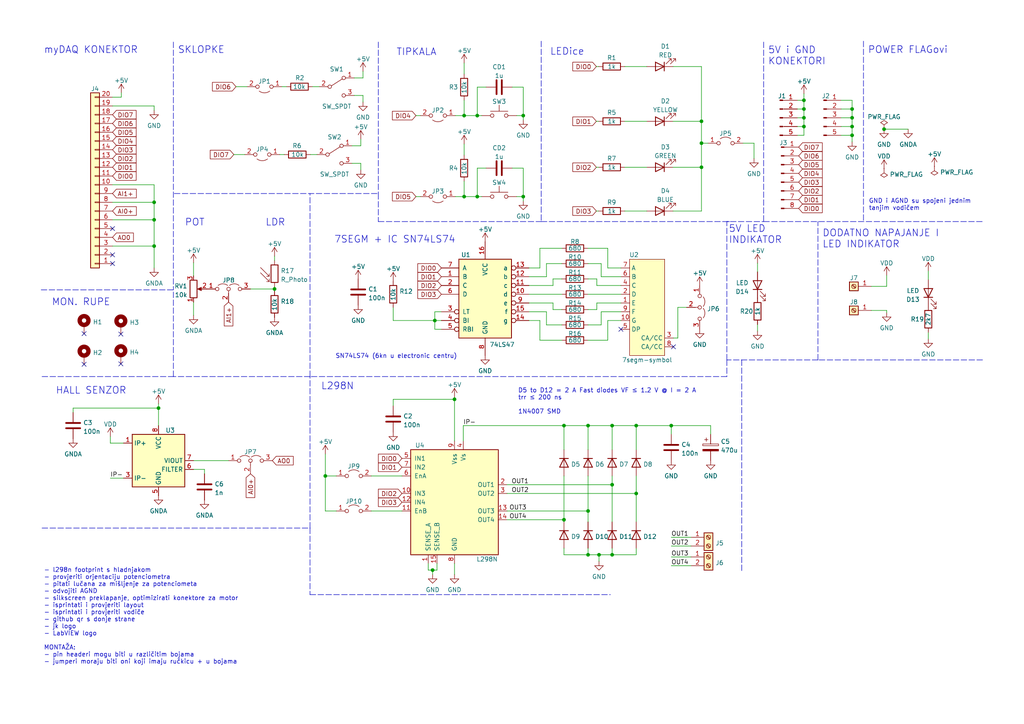
<source format=kicad_sch>
(kicad_sch (version 20211123) (generator eeschema)
  (paper "A4")
  (title_block (title "myDAQExpansionBoard") (date "2022-07-24") (rev "1") (company "TVZ"))
  (junction (at 45.974 118.364))
  (junction (at 177.546 160.909))
  (junction (at 170.561 148.209))
  (junction (at 177.546 140.589))
  (junction (at 131.826 115.824))
  (junction (at 233.172 31.623))
  (junction (at 170.561 160.909))
  (junction (at 170.561 123.444))
  (junction (at 163.576 150.749))
  (junction (at 233.172 29.083))
  (junction (at 184.531 143.129))
  (junction (at 247.142 39.243))
  (junction (at 203.454 41.529))
  (junction (at 247.142 36.703))
  (junction (at 138.43 33.528))
  (junction (at 151.765 57.023))
  (junction (at 125.476 165.354))
  (junction (at 173.736 160.909))
  (junction (at 151.765 33.528))
  (junction (at 94.361 138.049))
  (junction (at 138.43 57.023))
  (junction (at 177.546 123.444))
  (junction (at 79.629 83.82))
  (junction (at 203.454 35.179))
  (junction (at 233.172 36.703))
  (junction (at 203.454 48.514))
  (junction (at 184.531 123.444))
  (junction (at 247.142 34.163))
  (junction (at 256.413 37.465))
  (junction (at 44.704 58.674))
  (junction (at 126.111 92.964))
  (junction (at 44.704 63.754))
  (junction (at 44.704 71.374))
  (junction (at 134.62 33.528))
  (junction (at 163.576 123.444))
  (junction (at 247.142 31.623))
  (junction (at 134.62 57.023))
  (junction (at 194.691 123.444))
  (junction (at 233.172 34.163))
  (no_connect (at 180.086 95.504))
  (no_connect (at 32.639 73.914))
  (no_connect (at 32.639 66.294))
  (no_connect (at 32.639 76.454))
  (no_connect (at 195.326 100.584))
  (no_connect (at 35.052 105.537))
  (no_connect (at 24.384 96.774))
  (no_connect (at 24.384 105.664))
  (no_connect (at 35.052 96.901))
  (wire (pts (xy 114.046 115.824) (xy 114.046 117.729)))
  (wire (pts (xy 44.704 71.374) (xy 44.704 63.754)))
  (wire (pts (xy 203.454 48.514) (xy 203.454 41.529)))
  (wire (pts (xy 132.08 33.528) (xy 134.62 33.528)))
  (wire (pts (xy 149.86 33.528) (xy 151.765 33.528)))
  (wire (pts (xy 218.694 41.529) (xy 215.519 41.529)))
  (wire (pts (xy 148.59 48.768) (xy 151.765 48.768)))
  (wire (pts (xy 94.361 148.209) (xy 97.536 148.209)))
  (wire (pts (xy 120.65 33.528) (xy 121.92 33.528)))
  (wire (pts (xy 243.967 36.703) (xy 247.142 36.703)))
  (wire (pts (xy 56.134 87.63) (xy 56.134 91.44)))
  (wire (pts (xy 172.974 19.304) (xy 173.609 19.304)))
  (wire (pts (xy 56.134 133.604) (xy 66.294 133.604)))
  (wire (pts (xy 68.453 25.146) (xy 71.628 25.146)))
  (polyline (pts (xy 50.292 109.22) (xy 50.292 84.074)))
  (wire (pts (xy 126.111 92.964) (xy 114.046 92.964)))
  (polyline (pts (xy 109.728 12.192) (xy 109.728 56.134)))
  (wire (pts (xy 205.359 41.529) (xy 203.454 41.529)))
  (wire (pts (xy 151.765 48.768) (xy 151.765 57.023)))
  (wire (pts (xy 32.639 28.194) (xy 35.179 28.194)))
  (polyline (pts (xy 210.82 64.262) (xy 211.582 64.262)))
  (polyline (pts (xy 89.916 109.22) (xy 89.916 56.134)))
  (wire (pts (xy 120.65 57.023) (xy 121.92 57.023)))
  (wire (pts (xy 173.101 87.884) (xy 173.101 89.789)))
  (wire (pts (xy 90.043 44.831) (xy 91.948 44.831)))
  (wire (pts (xy 170.561 85.344) (xy 180.086 85.344)))
  (wire (pts (xy 203.454 41.529) (xy 203.454 35.179)))
  (wire (pts (xy 269.24 78.613) (xy 269.24 81.153)))
  (wire (pts (xy 156.591 92.964) (xy 153.416 92.964)))
  (wire (pts (xy 233.172 29.083) (xy 233.172 31.623)))
  (wire (pts (xy 172.974 35.179) (xy 173.609 35.179)))
  (polyline (pts (xy 237.236 104.394) (xy 237.236 64.262)))
  (polyline (pts (xy 237.236 104.394) (xy 210.82 104.394)))
  (wire (pts (xy 81.153 44.831) (xy 82.423 44.831)))
  (polyline (pts (xy 50.546 56.134) (xy 109.728 56.134)))
  (wire (pts (xy 162.941 98.679) (xy 156.591 98.679)))
  (wire (pts (xy 158.496 76.454) (xy 158.496 80.264)))
  (wire (pts (xy 163.576 150.749) (xy 163.576 151.384)))
  (wire (pts (xy 160.401 89.789) (xy 160.401 87.884)))
  (wire (pts (xy 138.43 33.528) (xy 139.7 33.528)))
  (wire (pts (xy 44.704 30.734) (xy 44.704 32.004)))
  (wire (pts (xy 181.229 61.214) (xy 187.579 61.214)))
  (wire (pts (xy 194.691 123.444) (xy 206.121 123.444)))
  (wire (pts (xy 32.639 53.594) (xy 44.704 53.594)))
  (wire (pts (xy 194.691 155.829) (xy 200.406 155.829)))
  (wire (pts (xy 126.111 90.424) (xy 126.111 92.964)))
  (wire (pts (xy 125.476 165.354) (xy 125.476 166.624)))
  (wire (pts (xy 256.413 37.465) (xy 263.398 37.465)))
  (wire (pts (xy 199.136 89.154) (xy 196.596 89.154)))
  (wire (pts (xy 184.531 143.129) (xy 184.531 151.384)))
  (wire (pts (xy 162.941 76.454) (xy 158.496 76.454)))
  (polyline (pts (xy 250.444 11.938) (xy 250.444 64.262)))
  (wire (pts (xy 177.546 123.444) (xy 184.531 123.444)))
  (wire (pts (xy 32.639 63.754) (xy 44.704 63.754)))
  (wire (pts (xy 138.43 48.768) (xy 138.43 57.023)))
  (wire (pts (xy 194.691 161.544) (xy 200.406 161.544)))
  (wire (pts (xy 105.283 29.591) (xy 105.283 27.686)))
  (wire (pts (xy 160.401 87.884) (xy 153.416 87.884)))
  (polyline (pts (xy 12.192 109.22) (xy 50.292 109.22)))
  (wire (pts (xy 176.276 72.009) (xy 170.561 72.009)))
  (wire (pts (xy 194.691 164.084) (xy 200.406 164.084)))
  (wire (pts (xy 177.546 159.004) (xy 177.546 160.909)))
  (wire (pts (xy 170.561 130.429) (xy 170.561 123.444)))
  (wire (pts (xy 170.561 123.444) (xy 177.546 123.444)))
  (wire (pts (xy 134.62 41.783) (xy 134.62 44.958)))
  (wire (pts (xy 105.283 27.686) (xy 102.743 27.686)))
  (wire (pts (xy 44.704 58.674) (xy 44.704 53.594)))
  (wire (pts (xy 156.591 72.009) (xy 156.591 77.724)))
  (wire (pts (xy 59.309 136.144) (xy 59.309 137.414)))
  (wire (pts (xy 233.172 36.703) (xy 233.172 39.243)))
  (wire (pts (xy 163.576 138.049) (xy 163.576 150.749)))
  (polyline (pts (xy 156.972 11.938) (xy 156.972 64.262)))
  (wire (pts (xy 147.066 148.209) (xy 170.561 148.209)))
  (wire (pts (xy 243.967 34.163) (xy 247.142 34.163)))
  (wire (pts (xy 231.267 29.083) (xy 233.172 29.083)))
  (wire (pts (xy 21.209 118.364) (xy 45.974 118.364)))
  (wire (pts (xy 181.229 19.304) (xy 187.579 19.304)))
  (wire (pts (xy 151.765 58.293) (xy 151.765 57.023)))
  (wire (pts (xy 138.43 48.768) (xy 140.97 48.768)))
  (wire (pts (xy 45.974 118.364) (xy 45.974 123.444)))
  (wire (pts (xy 180.086 82.804) (xy 173.101 82.804)))
  (wire (pts (xy 148.59 25.273) (xy 151.765 25.273)))
  (wire (pts (xy 247.142 41.148) (xy 247.142 39.243)))
  (wire (pts (xy 44.704 63.754) (xy 44.704 58.674)))
  (wire (pts (xy 132.08 57.023) (xy 134.62 57.023)))
  (wire (pts (xy 163.576 160.909) (xy 170.561 160.909)))
  (wire (pts (xy 134.62 57.023) (xy 138.43 57.023)))
  (polyline (pts (xy 210.82 104.394) (xy 210.82 64.262)))
  (polyline (pts (xy 284.988 104.394) (xy 237.236 104.394)))
  (wire (pts (xy 32.004 128.524) (xy 32.004 126.619)))
  (wire (pts (xy 174.371 94.234) (xy 170.561 94.234)))
  (wire (pts (xy 131.826 115.189) (xy 131.826 115.824)))
  (wire (pts (xy 134.366 123.444) (xy 163.576 123.444)))
  (wire (pts (xy 173.101 82.804) (xy 173.101 80.899)))
  (wire (pts (xy 184.531 160.909) (xy 184.531 159.004)))
  (wire (pts (xy 243.967 31.623) (xy 247.142 31.623)))
  (wire (pts (xy 180.086 80.264) (xy 174.371 80.264)))
  (polyline (pts (xy 89.916 109.22) (xy 50.292 109.22)))
  (wire (pts (xy 231.267 31.623) (xy 233.172 31.623)))
  (polyline (pts (xy 109.728 56.134) (xy 109.728 64.262)))
  (wire (pts (xy 233.172 31.623) (xy 233.172 34.163)))
  (wire (pts (xy 147.066 150.749) (xy 163.576 150.749)))
  (wire (pts (xy 257.175 83.058) (xy 257.175 79.883)))
  (wire (pts (xy 114.046 89.154) (xy 114.046 92.964)))
  (wire (pts (xy 138.43 25.273) (xy 140.97 25.273)))
  (polyline (pts (xy 109.728 64.262) (xy 156.972 64.262)))
  (wire (pts (xy 162.941 94.234) (xy 158.496 94.234)))
  (wire (pts (xy 153.416 85.344) (xy 162.941 85.344)))
  (wire (pts (xy 79.629 74.295) (xy 79.629 75.565)))
  (wire (pts (xy 231.267 34.163) (xy 233.172 34.163)))
  (wire (pts (xy 170.561 138.049) (xy 170.561 148.209)))
  (wire (pts (xy 203.454 61.214) (xy 203.454 48.514)))
  (wire (pts (xy 107.696 138.049) (xy 116.586 138.049)))
  (wire (pts (xy 233.172 27.178) (xy 233.172 29.083)))
  (wire (pts (xy 196.596 89.154) (xy 196.596 98.044)))
  (wire (pts (xy 151.765 33.528) (xy 151.765 34.798)))
  (wire (pts (xy 158.496 90.424) (xy 153.416 90.424)))
  (wire (pts (xy 94.361 138.049) (xy 97.536 138.049)))
  (wire (pts (xy 138.43 25.273) (xy 138.43 33.528)))
  (wire (pts (xy 160.401 82.804) (xy 153.416 82.804)))
  (polyline (pts (xy 210.82 104.394) (xy 210.82 109.22)))
  (wire (pts (xy 134.62 33.528) (xy 138.43 33.528)))
  (wire (pts (xy 35.814 128.524) (xy 32.004 128.524)))
  (wire (pts (xy 172.974 61.214) (xy 173.609 61.214)))
  (wire (pts (xy 247.142 39.243) (xy 247.142 36.703)))
  (wire (pts (xy 195.199 35.179) (xy 203.454 35.179)))
  (wire (pts (xy 257.175 90.043) (xy 257.175 90.678)))
  (wire (pts (xy 177.546 151.384) (xy 177.546 140.589)))
  (wire (pts (xy 173.101 80.899) (xy 170.561 80.899)))
  (wire (pts (xy 67.818 44.831) (xy 70.993 44.831)))
  (wire (pts (xy 180.086 77.724) (xy 176.276 77.724)))
  (wire (pts (xy 173.736 160.909) (xy 177.546 160.909)))
  (polyline (pts (xy 12.192 153.162) (xy 89.916 153.162)))
  (wire (pts (xy 194.691 158.369) (xy 200.406 158.369)))
  (wire (pts (xy 126.111 95.504) (xy 126.111 92.964)))
  (polyline (pts (xy 89.916 172.466) (xy 177.038 172.466)))
  (wire (pts (xy 134.62 57.023) (xy 134.62 52.578)))
  (wire (pts (xy 32.639 71.374) (xy 44.704 71.374)))
  (wire (pts (xy 102.743 22.606) (xy 105.283 22.606)))
  (polyline (pts (xy 89.916 153.162) (xy 89.916 172.466)))
  (wire (pts (xy 173.101 89.789) (xy 170.561 89.789)))
  (wire (pts (xy 79.629 83.185) (xy 79.629 83.82)))
  (polyline (pts (xy 221.488 12.192) (xy 221.488 64.262)))
  (wire (pts (xy 269.24 96.393) (xy 269.24 98.298)))
  (wire (pts (xy 126.111 92.964) (xy 128.016 92.964)))
  (polyline (pts (xy 221.488 64.262) (xy 284.988 64.262)))
  (wire (pts (xy 156.591 98.679) (xy 156.591 92.964)))
  (wire (pts (xy 163.576 130.429) (xy 163.576 123.444)))
  (wire (pts (xy 177.546 140.589) (xy 177.546 138.049)))
  (wire (pts (xy 163.576 123.444) (xy 170.561 123.444)))
  (wire (pts (xy 32.639 58.674) (xy 44.704 58.674)))
  (wire (pts (xy 158.496 80.264) (xy 153.416 80.264)))
  (wire (pts (xy 219.71 76.327) (xy 219.71 78.867)))
  (wire (pts (xy 252.73 90.043) (xy 257.175 90.043)))
  (wire (pts (xy 124.206 163.449) (xy 124.206 165.354)))
  (polyline (pts (xy 50.292 12.192) (xy 50.292 84.074)))
  (wire (pts (xy 151.765 25.273) (xy 151.765 33.528)))
  (wire (pts (xy 231.267 36.703) (xy 233.172 36.703)))
  (wire (pts (xy 56.134 80.01) (xy 56.134 76.2)))
  (wire (pts (xy 176.276 77.724) (xy 176.276 72.009)))
  (wire (pts (xy 134.62 33.528) (xy 134.62 29.083)))
  (wire (pts (xy 174.371 76.454) (xy 170.561 76.454)))
  (wire (pts (xy 174.371 90.424) (xy 174.371 94.234)))
  (wire (pts (xy 195.199 48.514) (xy 203.454 48.514)))
  (wire (pts (xy 131.826 163.449) (xy 131.826 166.624)))
  (wire (pts (xy 233.172 39.243) (xy 231.267 39.243)))
  (wire (pts (xy 138.43 57.023) (xy 139.7 57.023)))
  (wire (pts (xy 243.967 39.243) (xy 247.142 39.243)))
  (wire (pts (xy 128.016 90.424) (xy 126.111 90.424)))
  (wire (pts (xy 72.644 83.82) (xy 79.629 83.82)))
  (wire (pts (xy 247.142 34.163) (xy 247.142 31.623)))
  (wire (pts (xy 174.371 80.264) (xy 174.371 76.454)))
  (polyline (pts (xy 210.82 109.22) (xy 89.916 109.22)))
  (wire (pts (xy 125.476 165.354) (xy 126.746 165.354)))
  (wire (pts (xy 170.561 148.209) (xy 170.561 151.384)))
  (wire (pts (xy 156.591 77.724) (xy 153.416 77.724)))
  (wire (pts (xy 184.531 123.444) (xy 184.531 130.429)))
  (polyline (pts (xy 215.138 104.394) (xy 215.138 165.862)))
  (wire (pts (xy 32.004 138.684) (xy 35.814 138.684)))
  (wire (pts (xy 134.62 18.288) (xy 134.62 21.463)))
  (polyline (pts (xy 156.972 64.262) (xy 221.488 64.262)))
  (wire (pts (xy 147.066 140.589) (xy 177.546 140.589)))
  (wire (pts (xy 158.496 94.234) (xy 158.496 90.424)))
  (wire (pts (xy 184.531 143.129) (xy 147.066 143.129)))
  (wire (pts (xy 131.826 115.824) (xy 131.826 127.889)))
  (wire (pts (xy 180.086 92.964) (xy 176.276 92.964)))
  (wire (pts (xy 206.121 125.984) (xy 206.121 123.444)))
  (wire (pts (xy 181.229 48.514) (xy 187.579 48.514)))
  (wire (pts (xy 233.172 34.163) (xy 233.172 36.703)))
  (wire (pts (xy 126.746 165.354) (xy 126.746 163.449)))
  (wire (pts (xy 177.546 123.444) (xy 177.546 130.429)))
  (wire (pts (xy 104.648 49.276) (xy 104.648 47.371)))
  (wire (pts (xy 94.361 138.049) (xy 94.361 148.209)))
  (wire (pts (xy 94.361 131.699) (xy 94.361 138.049)))
  (wire (pts (xy 102.108 42.291) (xy 104.648 42.291)))
  (wire (pts (xy 35.179 28.194) (xy 35.179 26.924)))
  (wire (pts (xy 44.704 77.724) (xy 44.704 71.374)))
  (wire (pts (xy 195.199 61.214) (xy 203.454 61.214)))
  (wire (pts (xy 247.142 36.703) (xy 247.142 34.163)))
  (wire (pts (xy 219.71 94.107) (xy 219.71 96.012)))
  (polyline (pts (xy 89.916 153.162) (xy 89.916 109.22)))
  (wire (pts (xy 180.086 90.424) (xy 174.371 90.424)))
  (wire (pts (xy 247.142 29.083) (xy 243.967 29.083)))
  (wire (pts (xy 180.086 87.884) (xy 173.101 87.884)))
  (wire (pts (xy 21.209 119.634) (xy 21.209 118.364)))
  (wire (pts (xy 124.206 165.354) (xy 125.476 165.354)))
  (wire (pts (xy 105.283 22.606) (xy 105.283 20.701)))
  (wire (pts (xy 162.941 89.789) (xy 160.401 89.789)))
  (wire (pts (xy 218.694 45.974) (xy 218.694 41.529)))
  (wire (pts (xy 203.454 35.179) (xy 203.454 19.304)))
  (wire (pts (xy 176.276 92.964) (xy 176.276 98.679)))
  (wire (pts (xy 176.276 98.679) (xy 170.561 98.679)))
  (wire (pts (xy 252.73 83.058) (xy 257.175 83.058)))
  (wire (pts (xy 81.788 25.146) (xy 83.058 25.146)))
  (wire (pts (xy 184.531 123.444) (xy 194.691 123.444)))
  (wire (pts (xy 170.561 160.909) (xy 173.736 160.909)))
  (wire (pts (xy 162.941 80.899) (xy 160.401 80.899)))
  (wire (pts (xy 128.016 95.504) (xy 126.111 95.504)))
  (wire (pts (xy 44.704 30.734) (xy 32.639 30.734)))
  (wire (pts (xy 104.648 42.291) (xy 104.648 40.386)))
  (wire (pts (xy 195.326 98.044) (xy 196.596 98.044)))
  (wire (pts (xy 56.134 136.144) (xy 59.309 136.144)))
  (wire (pts (xy 163.576 159.004) (xy 163.576 160.909)))
  (wire (pts (xy 134.366 123.444) (xy 134.366 127.889)))
  (wire (pts (xy 45.974 117.094) (xy 45.974 118.364)))
  (wire (pts (xy 184.531 138.049) (xy 184.531 143.129)))
  (wire (pts (xy 160.401 80.899) (xy 160.401 82.804)))
  (wire (pts (xy 104.648 47.371) (xy 102.108 47.371)))
  (wire (pts (xy 203.454 19.304) (xy 195.199 19.304)))
  (wire (pts (xy 172.974 48.514) (xy 173.609 48.514)))
  (wire (pts (xy 90.678 25.146) (xy 92.583 25.146)))
  (wire (pts (xy 107.696 148.209) (xy 116.586 148.209)))
  (polyline (pts (xy 11.938 84.074) (xy 50.292 84.074)))
  (wire (pts (xy 181.229 35.179) (xy 187.579 35.179)))
  (wire (pts (xy 131.826 115.824) (xy 114.046 115.824)))
  (wire (pts (xy 162.941 72.009) (xy 156.591 72.009)))
  (wire (pts (xy 170.561 159.004) (xy 170.561 160.909)))
  (wire (pts (xy 173.736 160.909) (xy 173.736 162.814)))
  (wire (pts (xy 247.142 31.623) (xy 247.142 29.083)))
  (wire (pts (xy 79.629 83.82) (xy 79.629 84.455)))
  (wire (pts (xy 194.691 125.984) (xy 194.691 123.444)))
  (wire (pts (xy 149.86 57.023) (xy 151.765 57.023)))
  (wire (pts (xy 177.546 160.909) (xy 184.531 160.909)))
  (text "myDAQ KONEKTOR" (at 12.7 15.748 0) (effects (font (size 2 2)) (justify left bottom)))
  (text "LEDice" (at 159.512 16.256 0) (effects (font (size 2 2)) (justify left bottom)))
  (text "5V LED\nINDIKATOR" (at 211.328 70.866 0) (effects (font (size 2 2)) (justify left bottom)))
  (text "SN74LS74 (6kn u electronic centru)" (at 97.282 104.14 0) (effects (font (size 1.27 1.27)) (justify left bottom)))
  (text "D5 to D12 = 2 A Fast diodes VF ≤ 1.2 V @ I = 2 A\ntrr ≤ 200 ns\n\n1N4007 SMD" (at 150.241 120.269 0) (effects (font (size 1.27 1.27)) (justify left bottom)))
  (text "5V i GND\nKONEKTORI" (at 222.758 19.05 0) (effects (font (size 2 2)) (justify left bottom)))
  (text "7SEGM + IC SN74LS74" (at 96.901 70.739 0) (effects (font (size 2 2)) (justify left bottom)))
  (text "POT" (at 53.594 65.786 0) (effects (font (size 2 2)) (justify left bottom)))
  (text "HALL SENZOR" (at 16.129 114.554 0) (effects (font (size 2 2)) (justify left bottom)))
  (text "POWER FLAGovi" (at 251.714 15.748 0) (effects (font (size 2 2)) (justify left bottom)))
  (text "L298N" (at 93.091 113.284 0) (effects (font (size 2 2)) (justify left bottom)))
  (text "- l298n footprint s hladnjakom\n- provjeriti orjentaciju potenciometra\n- pitati lučana za mišljenje za potenciometa\n- odvojiti AGND\n- silkscreen preklapanje, optimizirati konektore za motor\n- isprintati i provjeriti layout\n- isprintati i provjeriti vodiče\n- github qr s donje strane\n- jk logo\n- LabVIEW logo\n\nMONTAŽA:\n- pin headeri mogu biti u različitim bojama\n- jumperi moraju biti oni koji imaju ručkicu + u bojama" (at 12.7 192.786 0) (effects (font (size 1.27 1.27)) (justify left bottom)))
  (text "MON. RUPE" (at 14.986 88.9 0) (effects (font (size 2 2)) (justify left bottom)))
  (text "TIPKALA" (at 114.935 16.383 0) (effects (font (size 2 2)) (justify left bottom)))
  (text "SKLOPKE" (at 51.562 15.748 0) (effects (font (size 2 2)) (justify left bottom)))
  (text "DODATNO NAPAJANJE I \nLED INDIKATOR" (at 238.506 72.136 0) (effects (font (size 2 2)) (justify left bottom)))
  (text "GND i AGND su spojeni jednim\ntanjim vodičem" (at 251.968 61.214 0) (effects (font (size 1.27 1.27)) (justify left bottom)))
  (text "LDR" (at 76.962 65.786 0) (effects (font (size 2 2)) (justify left bottom)))
  (label "OUT3" (at 147.701 148.209 0))
  (label "OUT1" (at 148.336 140.589 0))
  (label "IP-" (at 134.366 123.444 0))
  (label "IP-" (at 32.004 138.684 0))
  (label "OUT4" (at 194.691 164.084 0))
  (label "OUT2" (at 148.336 143.129 0))
  (label "OUT2" (at 194.691 158.369 0))
  (label "OUT1" (at 194.691 155.829 0))
  (label "OUT3" (at 194.691 161.544 0))
  (label "OUT4" (at 147.701 150.749 0))
  (global_label "DIO5" (shape input) (at 120.65 57.023 180) (property "Intersheet References" "${INTERSHEET_REFS}" (effects hide)))
  (global_label "DIO1" (shape input) (at 116.586 135.509 180) (property "Intersheet References" "${INTERSHEET_REFS}" (effects hide)))
  (global_label "DIO3" (shape input) (at 116.586 145.669 180) (property "Intersheet References" "${INTERSHEET_REFS}" (effects hide)))
  (global_label "DIO3" (shape input) (at 128.016 85.344 180) (property "Intersheet References" "${INTERSHEET_REFS}" (effects hide)))
  (global_label "DIO0" (shape input) (at 116.586 132.969 180) (property "Intersheet References" "${INTERSHEET_REFS}" (effects hide)))
  (global_label "DIO3" (shape input) (at 172.974 61.214 180) (property "Intersheet References" "${INTERSHEET_REFS}" (effects hide)))
  (global_label "DIO1" (shape input) (at 128.016 80.264 180) (property "Intersheet References" "${INTERSHEET_REFS}" (effects hide)))
  (global_label "AI1+" (shape input) (at 32.639 56.134 0) (property "Intersheet References" "${INTERSHEET_REFS}" (effects hide)))
  (global_label "AI0+" (shape input) (at 32.639 61.214 0) (property "Intersheet References" "${INTERSHEET_REFS}" (effects hide)))
  (global_label "DIO1" (shape input) (at 172.974 35.179 180) (property "Intersheet References" "${INTERSHEET_REFS}" (effects hide)))
  (global_label "DIO7" (shape input) (at 231.648 42.672 0) (property "Intersheet References" "${INTERSHEET_REFS}" (effects hide)))
  (global_label "DIO2" (shape input) (at 231.648 55.372 0) (property "Intersheet References" "${INTERSHEET_REFS}" (effects hide)))
  (global_label "DIO4" (shape input) (at 120.65 33.528 180) (property "Intersheet References" "${INTERSHEET_REFS}" (effects hide)))
  (global_label "AI0+" (shape input) (at 72.644 137.414 270) (property "Intersheet References" "${INTERSHEET_REFS}" (effects hide)))
  (global_label "DIO0" (shape input) (at 231.648 60.452 0) (property "Intersheet References" "${INTERSHEET_REFS}" (effects hide)))
  (global_label "DIO2" (shape input) (at 172.974 48.514 180) (property "Intersheet References" "${INTERSHEET_REFS}" (effects hide)))
  (global_label "DIO4" (shape input) (at 231.648 50.292 0) (property "Intersheet References" "${INTERSHEET_REFS}" (effects hide)))
  (global_label "DIO4" (shape input) (at 32.639 40.894 0) (property "Intersheet References" "${INTERSHEET_REFS}" (effects hide)))
  (global_label "AI1+" (shape input) (at 66.294 87.63 270) (property "Intersheet References" "${INTERSHEET_REFS}" (effects hide)))
  (global_label "DIO3" (shape input) (at 32.639 43.434 0) (property "Intersheet References" "${INTERSHEET_REFS}" (effects hide)))
  (global_label "DIO1" (shape input) (at 231.648 57.912 0) (property "Intersheet References" "${INTERSHEET_REFS}" (effects hide)))
  (global_label "DIO6" (shape input) (at 68.453 25.146 180) (property "Intersheet References" "${INTERSHEET_REFS}" (effects hide)))
  (global_label "DIO5" (shape input) (at 32.639 38.354 0) (property "Intersheet References" "${INTERSHEET_REFS}" (effects hide)))
  (global_label "DIO2" (shape input) (at 32.639 45.974 0) (property "Intersheet References" "${INTERSHEET_REFS}" (effects hide)))
  (global_label "DIO0" (shape input) (at 32.639 51.054 0) (property "Intersheet References" "${INTERSHEET_REFS}" (effects hide)))
  (global_label "DIO0" (shape input) (at 128.016 77.724 180) (property "Intersheet References" "${INTERSHEET_REFS}" (effects hide)))
  (global_label "DIO7" (shape input) (at 67.818 44.831 180) (property "Intersheet References" "${INTERSHEET_REFS}" (effects hide)))
  (global_label "AO0" (shape input) (at 32.639 68.834 0) (property "Intersheet References" "${INTERSHEET_REFS}" (effects hide)))
  (global_label "DIO1" (shape input) (at 32.639 48.514 0) (property "Intersheet References" "${INTERSHEET_REFS}" (effects hide)))
  (global_label "DIO0" (shape input) (at 172.974 19.304 180) (property "Intersheet References" "${INTERSHEET_REFS}" (effects hide)))
  (global_label "DIO7" (shape input) (at 32.639 33.274 0) (property "Intersheet References" "${INTERSHEET_REFS}" (effects hide)))
  (global_label "AO0" (shape input) (at 78.994 133.604 0) (property "Intersheet References" "${INTERSHEET_REFS}" (effects hide)))
  (global_label "DIO6" (shape input) (at 32.639 35.814 0) (property "Intersheet References" "${INTERSHEET_REFS}" (effects hide)))
  (global_label "DIO5" (shape input) (at 231.648 47.752 0) (property "Intersheet References" "${INTERSHEET_REFS}" (effects hide)))
  (global_label "DIO6" (shape input) (at 231.648 45.212 0) (property "Intersheet References" "${INTERSHEET_REFS}" (effects hide)))
  (global_label "DIO2" (shape input) (at 116.586 143.129 180) (property "Intersheet References" "${INTERSHEET_REFS}" (effects hide)))
  (global_label "DIO2" (shape input) (at 128.016 82.804 180) (property "Intersheet References" "${INTERSHEET_REFS}" (effects hide)))
  (global_label "DIO3" (shape input) (at 231.648 52.832 0) (property "Intersheet References" "${INTERSHEET_REFS}" (effects hide)))
  (symbol (lib_id "Mechanical:MountingHole_Pad") (at 35.052 102.997 0) (unit 1)
    (property "Reference" "H4" (at 37.592 102.1608 0) (effects (justify left)))
    (property "Value" "MountingHole_Pad" (effects hide))
    (property "Footprint" "MountingHole:MountingHole_3.2mm_M3_ISO7380_Pad" (effects hide))
  )
  (symbol (lib_id "Device:R") (at 177.419 48.514 90) (unit 1)
    (property "Reference" "R7" (at 177.419 45.974 90))
    (property "Value" "1k" (at 177.419 48.514 90))
    (property "Footprint" "Resistor_SMD:R_0603_1608Metric" (effects hide))
  )
  (symbol (lib_id "Device:LED") (at 191.389 19.304 180) (unit 1)
    (property "Reference" "D1" (at 192.9765 13.4452 0))
    (property "Value" "RED" (at 192.9765 15.9821 0))
    (property "Footprint" "LED_THT:LED_D5.0mm" (effects hide))
  )
  (symbol (lib_id "power:+5V") (at 202.946 82.804 0) (unit 1)
    (property "Reference" "#PWR020" (effects hide))
    (property "Value" "+5V" (at 202.946 79.2282 0))
  )
  (symbol (lib_id "Device:R") (at 134.62 25.273 0) (unit 1)
    (property "Reference" "R3" (at 130.175 25.273 0) (effects (justify left)))
    (property "Value" "10k" (at 134.62 27.178 90) (effects (justify left)))
    (property "Footprint" "Resistor_SMD:R_0603_1608Metric" (effects hide))
  )
  (symbol (lib_id "74xx:74LS47") (at 140.716 85.344 0) (unit 1)
    (property "Reference" "U1" (at 133.731 73.914 0) (effects (justify left)))
    (property "Value" "74LS47" (at 141.986 99.949 0) (effects (justify left)))
    (property "Footprint" "Package_DIP:DIP-16_W7.62mm" (effects hide))
    (property "Datasheet" "http://www.ti.com/lit/gpn/sn74LS47" (effects hide))
  )
  (symbol (lib_id "Symbols:7segm-symbol") (at 187.706 87.884 0) (unit 1)
    (property "Reference" "U2" (at 183.896 73.914 0))
    (property "Value" "7segm-symbol" (at 187.706 104.394 0))
    (property "Footprint" "Library:7segm-SA52" (effects hide))
  )
  (symbol (lib_id "Device:LED") (at 191.389 48.514 180) (unit 1)
    (property "Reference" "D3" (at 192.9765 42.6552 0))
    (property "Value" "GREEN" (at 192.9765 45.1921 0))
    (property "Footprint" "LED_THT:LED_D5.0mm" (effects hide))
  )
  (symbol (lib_id "Device:R") (at 177.419 61.214 90) (unit 1)
    (property "Reference" "R9" (at 177.419 58.674 90))
    (property "Value" "1k" (at 177.419 61.214 90))
    (property "Footprint" "Resistor_SMD:R_0603_1608Metric" (effects hide))
  )
  (symbol (lib_id "Diode:1N4007") (at 184.531 155.194 270) (unit 1)
    (property "Reference" "D12" (at 186.563 155.6278 90) (effects (justify left)))
    (property "Value" "1N4007" (effects hide))
    (property "Footprint" "Diode_SMD:D_SMA" (effects hide))
    (property "Datasheet" "http://www.vishay.com/docs/88503/1n4001.pdf" (effects hide))
  )
  (symbol (lib_id "power:GND") (at 269.24 98.298 0) (unit 1)
    (property "Reference" "#PWR047" (effects hide))
    (property "Value" "GND" (at 269.24 102.7414 0))
  )
  (symbol (lib_id "Device:C") (at 144.78 48.768 90) (unit 1)
    (property "Reference" "CD2" (at 144.78 42.9092 90))
    (property "Value" "1u" (at 144.78 45.4461 90))
    (property "Footprint" "Capacitor_SMD:C_0805_2012Metric" (effects hide))
  )
  (symbol (lib_id "Jumper:Jumper_3_Open") (at 66.294 83.82 0) (unit 1)
    (property "Reference" "JP8" (at 66.294 81.285 0))
    (property "Value" "Jumper_3_Open" (effects hide))
    (property "Footprint" "Library:PinHeader_1x03_P2.54mm_Vertical_jumper" (effects hide))
  )
  (symbol (lib_id "Diode:1N4007") (at 163.576 134.239 270) (unit 1)
    (property "Reference" "D5" (at 165.608 134.6728 90) (effects (justify left)))
    (property "Value" "1N4007" (effects hide))
    (property "Footprint" "Diode_SMD:D_SMA" (effects hide))
    (property "Datasheet" "http://www.vishay.com/docs/88503/1n4001.pdf" (effects hide))
  )
  (symbol (lib_id "Sensor_Current:ACS712xLCTR-05B") (at 45.974 133.604 0) (unit 1)
    (property "Reference" "U3" (at 47.9934 124.8212 0) (effects (justify left)))
    (property "Value" "ACS712xLCTR-05B" (effects hide))
    (property "Footprint" "Package_SO:SOIC-8_3.9x4.9mm_P1.27mm" (effects hide))
    (property "Datasheet" "http://www.allegromicro.com/~/media/Files/Datasheets/ACS712-Datasheet.ashx?la=en" (effects hide))
  )
  (symbol (lib_id "Connector:Screw_Terminal_01x01") (at 247.65 90.043 180) (unit 1)
    (property "Reference" "J8" (at 247.65 87.6102 0))
    (property "Value" "Screw_Terminal_01x01" (effects hide))
    (property "Footprint" "Library:DELTRON 4mm banana socket - black" (effects hide))
  )
  (symbol (lib_id "Device:R") (at 166.751 72.009 90) (unit 1)
    (property "Reference" "R8" (at 166.751 70.104 90))
    (property "Value" "680" (at 166.751 72.009 90))
    (property "Footprint" "Resistor_SMD:R_0603_1608Metric" (effects hide))
  )
  (symbol (lib_id "Device:R") (at 134.62 48.768 0) (unit 1)
    (property "Reference" "R4" (at 130.175 48.768 0) (effects (justify left)))
    (property "Value" "10k" (at 134.62 50.673 90) (effects (justify left)))
    (property "Footprint" "Resistor_SMD:R_0603_1608Metric" (effects hide))
  )
  (symbol (lib_id "power:+5V") (at 35.179 26.924 0) (unit 1)
    (property "Reference" "#PWR010" (effects hide))
    (property "Value" "+5V" (at 35.179 23.3482 0))
  )
  (symbol (lib_id "Connector:Conn_01x05_Male") (at 238.887 34.163 0) (unit 1)
    (property "Reference" "J2" (at 239.522 27.844 0))
    (property "Value" "Conn_01x05_Male" (effects hide))
    (property "Footprint" "Connector_PinHeader_2.54mm:PinHeader_1x05_P2.54mm_Vertical" (effects hide))
  )
  (symbol (lib_id "power:GND") (at 103.886 88.519 0) (unit 1)
    (property "Reference" "#PWR021" (effects hide))
    (property "Value" "GND" (at 103.886 92.9624 0))
  )
  (symbol (lib_id "power:VDD") (at 256.413 48.895 0) (unit 1)
    (property "Reference" "#PWR09" (effects hide))
    (property "Value" "VDD" (at 256.413 45.3192 0))
  )
  (symbol (lib_id "Device:C") (at 59.309 141.224 0) (unit 1)
    (property "Reference" "C6" (at 62.23 140.3893 0) (effects (justify left)))
    (property "Value" "1n" (at 62.23 142.9262 0) (effects (justify left)))
    (property "Footprint" "Capacitor_SMD:C_0603_1608Metric" (effects hide))
  )
  (symbol (lib_id "Jumper:Jumper_2_Open") (at 76.708 25.146 180) (unit 1)
    (property "Reference" "JP1" (at 76.708 23.6022 0))
    (property "Value" "Jumper_2_Open" (effects hide))
    (property "Footprint" "Library:PinHeader_1x02_P2.54mm_jumper" (effects hide))
  )
  (symbol (lib_id "power:GND") (at 173.736 162.814 0) (unit 1)
    (property "Reference" "#PWR040" (effects hide))
    (property "Value" "GND" (at 173.736 167.2574 0))
  )
  (symbol (lib_id "Jumper:Jumper_2_Open") (at 210.439 41.529 0) (unit 1)
    (property "Reference" "JP5" (at 210.439 38.7152 0))
    (property "Value" "Jumper_2_Open" (effects hide))
    (property "Footprint" "Library:PinHeader_1x02_P2.54mm_jumper" (effects hide))
  )
  (symbol (lib_id "Device:R") (at 177.419 19.304 90) (unit 1)
    (property "Reference" "R1" (at 177.419 16.764 90))
    (property "Value" "1k" (at 177.419 19.304 90))
    (property "Footprint" "Resistor_SMD:R_0603_1608Metric" (effects hide))
  )
  (symbol (lib_id "power:+5V") (at 134.62 18.288 0) (unit 1)
    (property "Reference" "#PWR03" (effects hide))
    (property "Value" "+5V" (at 134.62 14.7122 0))
  )
  (symbol (lib_id "Jumper:Jumper_2_Open") (at 102.616 138.049 0) (unit 1)
    (property "Reference" "JP9" (at 102.616 135.2352 0))
    (property "Value" "Jumper_2_Open" (effects hide))
    (property "Footprint" "Library:PinHeader_1x02_P2.54mm_jumper" (effects hide))
  )
  (symbol (lib_id "power:+5V") (at 45.974 117.094 0) (unit 1)
    (property "Reference" "#PWR027" (effects hide))
    (property "Value" "+5V" (at 45.974 113.5182 0))
  )
  (symbol (lib_id "Device:R") (at 166.751 76.454 90) (unit 1)
    (property "Reference" "R10" (at 166.751 74.549 90))
    (property "Value" "680" (at 166.751 76.454 90))
    (property "Footprint" "Resistor_SMD:R_0603_1608Metric" (effects hide))
  )
  (symbol (lib_id "power:GND") (at 219.71 96.012 0) (unit 1)
    (property "Reference" "#PWR048" (effects hide))
    (property "Value" "GND" (at 219.71 100.4554 0))
  )
  (symbol (lib_id "power:GND") (at 114.046 125.349 0) (unit 1)
    (property "Reference" "#PWR030" (effects hide))
    (property "Value" "GND" (at 114.046 129.7924 0))
  )
  (symbol (lib_id "power:GND") (at 257.175 90.678 0) (unit 1)
    (property "Reference" "#PWR046" (effects hide))
    (property "Value" "GND" (at 257.175 95.1214 0))
  )
  (symbol (lib_id "power:GND") (at 206.121 133.604 0) (unit 1)
    (property "Reference" "#PWR035" (effects hide))
    (property "Value" "GND" (at 206.121 138.0474 0))
  )
  (symbol (lib_id "Mechanical:MountingHole_Pad") (at 24.384 94.234 0) (unit 1)
    (property "Reference" "H1" (at 26.924 93.3978 0) (effects (justify left)))
    (property "Value" "MountingHole_Pad" (effects hide))
    (property "Footprint" "MountingHole:MountingHole_3.2mm_M3_ISO7380_Pad" (effects hide))
  )
  (symbol (lib_id "Switch:SW_Push") (at 144.78 57.023 0) (unit 1)
    (property "Reference" "SW4" (at 144.78 52.9392 0))
    (property "Value" "SW_Push" (effects hide))
    (property "Footprint" "Library:Omron_B3F-12x12mm" (effects hide))
  )
  (symbol (lib_id "power:GND") (at 151.765 34.798 0) (unit 1)
    (property "Reference" "#PWR013" (effects hide))
    (property "Value" "GND" (at 151.765 39.2414 0))
  )
  (symbol (lib_id "power:GND") (at 202.946 95.504 0) (unit 1)
    (property "Reference" "#PWR022" (effects hide))
    (property "Value" "GND" (at 202.946 99.9474 0))
  )
  (symbol (lib_id "Mechanical:MountingHole_Pad") (at 24.384 103.124 0) (unit 1)
    (property "Reference" "H2" (at 26.924 102.2878 0) (effects (justify left)))
    (property "Value" "MountingHole_Pad" (effects hide))
    (property "Footprint" "MountingHole:MountingHole_3.2mm_M3_ISO7380_Pad" (effects hide))
  )
  (symbol (lib_id "power:GNDA") (at 263.398 37.465 0) (unit 1)
    (property "Reference" "#PWR02" (effects hide))
    (property "Value" "GNDA" (at 263.398 41.9084 0))
  )
  (symbol (lib_id "Jumper:Jumper_2_Open") (at 102.616 148.209 0) (unit 1)
    (property "Reference" "JP10" (at 102.616 145.3952 0))
    (property "Value" "Jumper_2_Open" (effects hide))
    (property "Footprint" "Library:PinHeader_1x02_P2.54mm_jumper" (effects hide))
  )
  (symbol (lib_id "Connector:Screw_Terminal_01x01") (at 247.65 83.058 180) (unit 1)
    (property "Reference" "J7" (at 247.65 80.6252 0))
    (property "Value" "Screw_Terminal_01x01" (effects hide))
    (property "Footprint" "Library:DELTRON 4mm banana socket - red" (effects hide))
  )
  (symbol (lib_id "Jumper:Jumper_2_Open") (at 76.073 44.831 180) (unit 1)
    (property "Reference" "JP4" (at 76.073 43.2872 0))
    (property "Value" "Jumper_2_Open" (effects hide))
    (property "Footprint" "Library:PinHeader_1x02_P2.54mm_jumper" (effects hide))
  )
  (symbol (lib_id "power:+5V") (at 140.716 70.104 0) (unit 1)
    (property "Reference" "#PWR017" (effects hide))
    (property "Value" "+5V" (at 140.716 66.5282 0))
  )
  (symbol (lib_id "power:+5V") (at 114.046 81.534 0) (unit 1)
    (property "Reference" "#PWR019" (effects hide))
    (property "Value" "+5V" (at 114.046 77.9582 0))
  )
  (symbol (lib_id "Diode:1N4007") (at 184.531 134.239 270) (unit 1)
    (property "Reference" "D8" (at 186.563 134.6728 90) (effects (justify left)))
    (property "Value" "1N4007" (effects hide))
    (property "Footprint" "Diode_SMD:D_SMA" (effects hide))
    (property "Datasheet" "http://www.vishay.com/docs/88503/1n4001.pdf" (effects hide))
  )
  (symbol (lib_id "Switch:SW_SPDT") (at 97.663 25.146 0) (unit 1)
    (property "Reference" "SW1" (at 97.663 20.066 0))
    (property "Value" "SW_SPDT" (at 97.663 30.861 0))
    (property "Footprint" "Library:we01014042" (effects hide))
  )
  (symbol (lib_id "Device:R") (at 166.751 80.899 90) (unit 1)
    (property "Reference" "R11" (at 166.751 78.994 90))
    (property "Value" "680" (at 166.751 80.899 90))
    (property "Footprint" "Resistor_SMD:R_0603_1608Metric" (effects hide))
  )
  (symbol (lib_id "Diode:1N4007") (at 163.576 155.194 270) (unit 1)
    (property "Reference" "D9" (at 165.608 155.6278 90) (effects (justify left)))
    (property "Value" "1N4007" (effects hide))
    (property "Footprint" "Diode_SMD:D_SMA" (effects hide))
    (property "Datasheet" "http://www.vishay.com/docs/88503/1n4001.pdf" (effects hide))
  )
  (symbol (lib_id "power:GND") (at 218.694 45.974 0) (unit 1)
    (property "Reference" "#PWR016" (effects hide))
    (property "Value" "GND" (at 218.694 50.4174 0))
  )
  (symbol (lib_id "power:+5V") (at 94.361 131.699 0) (unit 1)
    (property "Reference" "#PWR033" (effects hide))
    (property "Value" "+5V" (at 94.361 128.1232 0))
  )
  (symbol (lib_id "power:GNDA") (at 21.209 127.254 0) (unit 1)
    (property "Reference" "#PWR032" (effects hide))
    (property "Value" "GNDA" (at 21.209 131.6974 0))
  )
  (symbol (lib_id "power:VDD") (at 269.24 78.613 0) (unit 1)
    (property "Reference" "#PWR043" (effects hide))
    (property "Value" "VDD" (at 269.24 75.0372 0))
  )
  (symbol (lib_id "Jumper:Jumper_2_Open") (at 127 57.023 180) (unit 1)
    (property "Reference" "JP3" (at 127 55.4792 0))
    (property "Value" "Jumper_2_Open" (effects hide))
    (property "Footprint" "Library:PinHeader_1x02_P2.54mm_jumper" (effects hide))
  )
  (symbol (lib_id "Diode:1N4007") (at 170.561 134.239 270) (unit 1)
    (property "Reference" "D6" (at 172.593 134.6728 90) (effects (justify left)))
    (property "Value" "1N4007" (effects hide))
    (property "Footprint" "Diode_SMD:D_SMA" (effects hide))
    (property "Datasheet" "http://www.vishay.com/docs/88503/1n4001.pdf" (effects hide))
  )
  (symbol (lib_id "power:GND") (at 247.142 41.148 0) (unit 1)
    (property "Reference" "#PWR012" (effects hide))
    (property "Value" "GND" (at 247.142 45.5914 0))
  )
  (symbol (lib_id "Device:LED") (at 269.24 84.963 90) (unit 1)
    (property "Reference" "D13" (at 264.795 86.868 90))
    (property "Value" "LED" (at 264.795 84.328 90))
    (property "Footprint" "LED_SMD:LED_1206_3216Metric" (effects hide))
  )
  (symbol (lib_id "Connector:Screw_Terminal_01x02") (at 205.486 155.829 0) (unit 1)
    (property "Reference" "J5" (at 207.518 157.5328 0) (effects (justify left)))
    (property "Value" "Screw_Terminal_01x02" (effects hide))
    (property "Footprint" "TerminalBlock_Phoenix:TerminalBlock_Phoenix_MKDS-1,5-2-5.08_1x02_P5.08mm_Horizontal" (effects hide))
  )
  (symbol (lib_id "power:GND") (at 151.765 58.293 0) (unit 1)
    (property "Reference" "#PWR014" (effects hide))
    (property "Value" "GND" (at 151.765 62.7364 0))
  )
  (symbol (lib_id "Switch:SW_Push") (at 144.78 33.528 0) (unit 1)
    (property "Reference" "SW3" (at 144.78 29.4442 0))
    (property "Value" "SW_Push" (effects hide))
    (property "Footprint" "Library:Omron_B3F-12x12mm" (effects hide))
  )
  (symbol (lib_id "Connector_Generic:Conn_01x20") (at 27.559 53.594 180) (unit 1)
    (property "Reference" "J4" (at 27.559 25.7612 0))
    (property "Value" "OSTV7XX3151" (effects hide))
    (property "Footprint" "Library:OSTV7XX3151" (effects hide))
  )
  (symbol (lib_id "power:VDD") (at 32.004 126.619 0) (unit 1)
    (property "Reference" "#PWR031" (effects hide))
    (property "Value" "VDD" (at 32.004 123.0432 0))
  )
  (symbol (lib_id "power:PWR_FLAG") (at 271.018 48.26 180) (unit 1)
    (property "Reference" "#FLG02" (effects hide))
    (property "Value" "PWR_FLAG" (at 272.669 49.9638 0) (effects (justify right)))
  )
  (symbol (lib_id "Device:R_Potentiometer") (at 56.134 83.82 0) (mirror x) (unit 1)
    (property "Reference" "RV1" (at 54.3561 82.9853 0) (effects (justify right)))
    (property "Value" "10k" (at 54.3561 85.5222 0) (effects (justify right)))
    (property "Footprint" "Library:Potentiometer_Bourns_3386P_Vertical" (effects hide))
  )
  (symbol (lib_id "Device:R_Photo") (at 79.629 79.375 0) (unit 1)
    (property "Reference" "R17" (at 81.407 78.5403 0) (effects (justify left)))
    (property "Value" "R_Photo" (at 81.407 81.0772 0) (effects (justify left)))
    (property "Footprint" "OptoDevice:R_LDR_5.1x4.3mm_P3.4mm_Vertical" (effects hide))
  )
  (symbol (lib_id "power:GND") (at 105.283 29.591 0) (unit 1)
    (property "Reference" "#PWR07" (effects hide))
    (property "Value" "GND" (at 105.283 34.0344 0))
  )
  (symbol (lib_id "Connector:Screw_Terminal_01x02") (at 205.486 161.544 0) (unit 1)
    (property "Reference" "J6" (at 207.518 163.2478 0) (effects (justify left)))
    (property "Value" "Screw_Terminal_01x02" (effects hide))
    (property "Footprint" "TerminalBlock_Phoenix:TerminalBlock_Phoenix_MKDS-1,5-2-5.08_1x02_P5.08mm_Horizontal" (effects hide))
  )
  (symbol (lib_id "power:+5V") (at 103.886 80.899 0) (unit 1)
    (property "Reference" "#PWR018" (effects hide))
    (property "Value" "+5V" (at 103.886 77.3232 0))
  )
  (symbol (lib_id "power:+5V") (at 105.283 20.701 0) (unit 1)
    (property "Reference" "#PWR05" (effects hide))
    (property "Value" "+5V" (at 105.283 17.1252 0))
  )
  (symbol (lib_id "Device:C_Polarized") (at 206.121 129.794 0) (unit 1)
    (property "Reference" "C5" (at 209.042 128.0703 0) (effects (justify left)))
    (property "Value" "470u" (at 209.042 130.6072 0) (effects (justify left)))
    (property "Footprint" "Capacitor_THT:C_Radial_D10.0mm_H16.0mm_P5.00mm" (effects hide))
  )
  (symbol (lib_id "Device:C") (at 114.046 121.539 0) (unit 1)
    (property "Reference" "C2" (at 116.967 120.7043 0) (effects (justify left)))
    (property "Value" "100n" (at 116.967 123.2412 0) (effects (justify left)))
    (property "Footprint" "Capacitor_SMD:C_0603_1608Metric" (effects hide))
  )
  (symbol (lib_id "Jumper:Jumper_2_Open") (at 127 33.528 180) (unit 1)
    (property "Reference" "JP2" (at 127 31.9842 0))
    (property "Value" "Jumper_2_Open" (effects hide))
    (property "Footprint" "Library:PinHeader_1x02_P2.54mm_jumper" (effects hide))
  )
  (symbol (lib_id "power:VDD") (at 257.175 79.883 0) (unit 1)
    (property "Reference" "#PWR045" (effects hide))
    (property "Value" "VDD" (at 257.175 76.3072 0))
  )
  (symbol (lib_id "Device:R") (at 166.751 98.679 90) (unit 1)
    (property "Reference" "R16" (at 166.751 96.774 90))
    (property "Value" "680" (at 166.751 98.679 90))
    (property "Footprint" "Resistor_SMD:R_0603_1608Metric" (effects hide))
  )
  (symbol (lib_id "power:+5V") (at 56.134 76.2 0) (unit 1)
    (property "Reference" "#PWR026" (effects hide))
    (property "Value" "+5V" (at 56.134 72.6242 0))
  )
  (symbol (lib_id "power:GNDA") (at 79.629 92.075 0) (unit 1)
    (property "Reference" "#PWR037" (effects hide))
    (property "Value" "GNDA" (at 79.629 96.5184 0))
  )
  (symbol (lib_id "Jumper:Jumper_3_Open") (at 202.946 89.154 270) (unit 1)
    (property "Reference" "JP6" (at 205.0802 89.5878 90) (effects (justify left)))
    (property "Value" "Jumper_3_Open" (effects hide))
    (property "Footprint" "Library:PinHeader_1x03_P2.54mm_Vertical_jumper" (effects hide))
  )
  (symbol (lib_id "power:+5V") (at 104.648 40.386 0) (unit 1)
    (property "Reference" "#PWR011" (effects hide))
    (property "Value" "+5V" (at 104.648 36.8102 0))
  )
  (symbol (lib_id "Device:R") (at 114.046 85.344 0) (unit 1)
    (property "Reference" "R12" (at 115.824 84.5093 0) (effects (justify left)))
    (property "Value" "10k" (at 114.046 87.249 90) (effects (justify left)))
    (property "Footprint" "Resistor_SMD:R_0603_1608Metric" (effects hide))
  )
  (symbol (lib_id "Device:R") (at 166.751 85.344 90) (unit 1)
    (property "Reference" "R13" (at 166.751 83.439 90))
    (property "Value" "680" (at 166.751 85.344 90))
    (property "Footprint" "Resistor_SMD:R_0603_1608Metric" (effects hide))
  )
  (symbol (lib_id "power:GND") (at 44.704 32.004 0) (unit 1)
    (property "Reference" "#PWR0101" (effects hide))
    (property "Value" "GND" (at 44.704 36.4474 0))
  )
  (symbol (lib_id "Switch:SW_SPDT") (at 97.028 44.831 0) (unit 1)
    (property "Reference" "SW2" (at 97.028 39.751 0))
    (property "Value" "SW_SPDT" (at 97.028 50.546 0))
    (property "Footprint" "Library:we01014042" (effects hide))
  )
  (symbol (lib_id "Device:R") (at 177.419 35.179 90) (unit 1)
    (property "Reference" "R5" (at 177.419 32.639 90))
    (property "Value" "1k" (at 177.419 35.179 90))
    (property "Footprint" "Resistor_SMD:R_0603_1608Metric" (effects hide))
  )
  (symbol (lib_id "power:GNDA") (at 44.704 77.724 0) (unit 1)
    (property "Reference" "#PWR0102" (effects hide))
    (property "Value" "GNDA" (at 44.704 82.1674 0))
  )
  (symbol (lib_id "power:+5V") (at 233.172 27.178 0) (unit 1)
    (property "Reference" "#PWR06" (effects hide))
    (property "Value" "+5V" (at 233.172 23.6022 0))
  )
  (symbol (lib_id "Diode:1N4007") (at 177.546 155.194 270) (unit 1)
    (property "Reference" "D11" (at 179.578 155.6278 90) (effects (justify left)))
    (property "Value" "1N4007" (effects hide))
    (property "Footprint" "Diode_SMD:D_SMA" (effects hide))
    (property "Datasheet" "http://www.vishay.com/docs/88503/1n4001.pdf" (effects hide))
  )
  (symbol (lib_id "Device:LED") (at 191.389 61.214 180) (unit 1)
    (property "Reference" "D4" (at 192.9765 55.3552 0))
    (property "Value" "BLUE" (at 192.9765 57.8921 0))
    (property "Footprint" "LED_THT:LED_D5.0mm" (effects hide))
  )
  (symbol (lib_id "power:+5V") (at 79.629 74.295 0) (unit 1)
    (property "Reference" "#PWR028" (effects hide))
    (property "Value" "+5V" (at 79.629 70.7192 0))
  )
  (symbol (lib_id "Jumper:Jumper_3_Open") (at 72.644 133.604 0) (unit 1)
    (property "Reference" "JP7" (at 72.644 131.069 0))
    (property "Value" "Jumper_3_Open" (effects hide))
    (property "Footprint" "Library:PinHeader_1x03_P2.54mm_Vertical_jumper" (effects hide))
  )
  (symbol (lib_id "power:GND") (at 140.716 103.124 0) (unit 1)
    (property "Reference" "#PWR024" (effects hide))
    (property "Value" "GND" (at 140.716 107.569 0))
  )
  (symbol (lib_id "power:PWR_FLAG") (at 256.413 48.895 180) (unit 1)
    (property "Reference" "#FLG03" (effects hide))
    (property "Value" "PWR_FLAG" (at 258.064 50.5988 0) (effects (justify right)))
  )
  (symbol (lib_id "Device:R") (at 86.233 44.831 90) (unit 1)
    (property "Reference" "R6" (at 87.503 42.291 90) (effects (justify left)))
    (property "Value" "10k" (at 88.138 44.831 90) (effects (justify left)))
    (property "Footprint" "Resistor_SMD:R_0603_1608Metric" (effects hide))
  )
  (symbol (lib_id "power:GNDA") (at 59.309 145.034 0) (unit 1)
    (property "Reference" "#PWR039" (effects hide))
    (property "Value" "GNDA" (at 59.309 149.4774 0))
  )
  (symbol (lib_id "Mechanical:MountingHole_Pad") (at 35.052 94.361 0) (unit 1)
    (property "Reference" "H3" (at 37.592 93.5248 0) (effects (justify left)))
    (property "Value" "MountingHole_Pad" (effects hide))
    (property "Footprint" "MountingHole:MountingHole_3.2mm_M3_ISO7380_Pad" (effects hide))
  )
  (symbol (lib_id "power:GND") (at 104.648 49.276 0) (unit 1)
    (property "Reference" "#PWR015" (effects hide))
    (property "Value" "GND" (at 104.648 53.7194 0))
  )
  (symbol (lib_id "Device:LED") (at 219.71 82.677 90) (unit 1)
    (property "Reference" "D14" (at 215.265 84.582 90))
    (property "Value" "LED" (at 215.265 82.042 90))
    (property "Footprint" "LED_SMD:LED_1206_3216Metric" (effects hide))
  )
  (symbol (lib_id "Diode:1N4007") (at 177.546 134.239 270) (unit 1)
    (property "Reference" "D7" (at 179.578 134.6728 90) (effects (justify left)))
    (property "Value" "1N4007" (effects hide))
    (property "Footprint" "Diode_SMD:D_SMA" (effects hide))
    (property "Datasheet" "http://www.vishay.com/docs/88503/1n4001.pdf" (effects hide))
  )
  (symbol (lib_id "power:GND") (at 131.826 166.624 0) (unit 1)
    (property "Reference" "#PWR042" (effects hide))
    (property "Value" "GND" (at 131.826 171.0674 0))
  )
  (symbol (lib_id "power:+5V") (at 134.62 41.783 0) (unit 1)
    (property "Reference" "#PWR04" (effects hide))
    (property "Value" "+5V" (at 134.62 38.2072 0))
  )
  (symbol (lib_id "Device:R") (at 219.71 90.297 0) (unit 1)
    (property "Reference" "R20" (at 216.535 90.297 0))
    (property "Value" "1k" (at 219.71 90.297 90))
    (property "Footprint" "Resistor_SMD:R_0603_1608Metric" (effects hide))
  )
  (symbol (lib_id "power:+5V") (at 271.018 48.26 0) (unit 1)
    (property "Reference" "#PWR08" (effects hide))
    (property "Value" "+5V" (at 271.018 44.6842 0))
  )
  (symbol (lib_id "Device:C") (at 21.209 123.444 0) (unit 1)
    (property "Reference" "C3" (at 24.13 122.6093 0) (effects (justify left)))
    (property "Value" "100n" (at 24.13 125.1462 0) (effects (justify left)))
    (property "Footprint" "Capacitor_SMD:C_0603_1608Metric" (effects hide))
  )
  (symbol (lib_id "power:GNDA") (at 56.134 91.44 0) (unit 1)
    (property "Reference" "#PWR036" (effects hide))
    (property "Value" "GNDA" (at 56.134 95.8834 0))
  )
  (symbol (lib_id "power:PWR_FLAG") (at 256.413 37.465 0) (unit 1)
    (property "Reference" "#FLG01" (effects hide))
    (property "Value" "PWR_FLAG" (at 256.413 33.8892 0))
  )
  (symbol (lib_id "power:+5V") (at 219.71 76.327 0) (unit 1)
    (property "Reference" "#PWR044" (effects hide))
    (property "Value" "+5V" (at 219.71 72.7512 0))
  )
  (symbol (lib_id "Connector:Conn_01x05_Male") (at 226.187 34.163 0) (unit 1)
    (property "Reference" "J1" (at 226.822 27.844 0))
    (property "Value" "Conn_01x05_Male" (effects hide))
    (property "Footprint" "Connector_PinHeader_2.54mm:PinHeader_1x05_P2.54mm_Vertical" (effects hide))
  )
  (symbol (lib_id "Driver_Motor:L298N") (at 131.826 145.669 0) (unit 1)
    (property "Reference" "U4" (at 120.396 129.159 0) (effects (justify left)))
    (property "Value" "L298N" (at 138.176 162.179 0) (effects (justify left)))
    (property "Footprint" "Library:L298n" (effects hide))
    (property "Datasheet" "http://www.st.com/st-web-ui/static/active/en/resource/technical/document/datasheet/CD00000240.pdf" (effects hide))
  )
  (symbol (lib_id "Device:C") (at 194.691 129.794 0) (unit 1)
    (property "Reference" "C4" (at 197.612 128.9593 0) (effects (justify left)))
    (property "Value" "100n" (at 197.612 131.4962 0) (effects (justify left)))
    (property "Footprint" "Capacitor_SMD:C_0603_1608Metric" (effects hide))
  )
  (symbol (lib_id "power:GND") (at 256.413 37.465 0) (unit 1)
    (property "Reference" "#PWR01" (effects hide))
    (property "Value" "GND" (at 256.413 41.9084 0))
  )
  (symbol (lib_id "Device:C") (at 103.886 84.709 0) (unit 1)
    (property "Reference" "C1" (at 106.807 83.8743 0) (effects (justify left)))
    (property "Value" "100n" (at 106.807 86.4112 0) (effects (justify left)))
    (property "Footprint" "Capacitor_SMD:C_0603_1608Metric" (effects hide))
  )
  (symbol (lib_id "Device:C") (at 144.78 25.273 90) (unit 1)
    (property "Reference" "CD1" (at 144.78 19.4142 90))
    (property "Value" "1u" (at 144.78 21.9511 90))
    (property "Footprint" "Capacitor_SMD:C_0805_2012Metric" (effects hide))
  )
  (symbol (lib_id "power:GND") (at 125.476 166.624 0) (unit 1)
    (property "Reference" "#PWR041" (effects hide))
    (property "Value" "GND" (at 125.476 171.0674 0))
  )
  (symbol (lib_id "Connector:Conn_01x08_Male") (at 226.568 50.292 0) (unit 1)
    (property "Reference" "J3" (at 227.203 41.433 0))
    (property "Value" "Conn_01x08_Male" (effects hide))
    (property "Footprint" "Connector_PinHeader_2.54mm:PinHeader_1x08_P2.54mm_Vertical" (effects hide))
  )
  (symbol (lib_id "Device:R") (at 166.751 94.234 90) (unit 1)
    (property "Reference" "R15" (at 166.751 92.329 90))
    (property "Value" "680" (at 166.751 94.234 90))
    (property "Footprint" "Resistor_SMD:R_0603_1608Metric" (effects hide))
  )
  (symbol (lib_id "Device:R") (at 79.629 88.265 0) (unit 1)
    (property "Reference" "R18" (at 81.407 87.4303 0) (effects (justify left)))
    (property "Value" "10k" (at 79.629 90.17 90) (effects (justify left)))
    (property "Footprint" "Resistor_SMD:R_0603_1608Metric" (effects hide))
  )
  (symbol (lib_id "Device:LED") (at 191.389 35.179 180) (unit 1)
    (property "Reference" "D2" (at 192.9765 29.3202 0))
    (property "Value" "YELLOW" (at 192.9765 31.8571 0))
    (property "Footprint" "LED_THT:LED_D5.0mm" (effects hide))
  )
  (symbol (lib_id "Device:R") (at 86.868 25.146 270) (unit 1)
    (property "Reference" "R2" (at 85.598 22.606 90) (effects (justify left)))
    (property "Value" "10k" (at 84.963 25.146 90) (effects (justify left)))
    (property "Footprint" "Resistor_SMD:R_0603_1608Metric" (effects hide))
  )
  (symbol (lib_id "Diode:1N4007") (at 170.561 155.194 270) (unit 1)
    (property "Reference" "D10" (at 172.593 155.6278 90) (effects (justify left)))
    (property "Value" "1N4007" (effects hide))
    (property "Footprint" "Diode_SMD:D_SMA" (effects hide))
    (property "Datasheet" "http://www.vishay.com/docs/88503/1n4001.pdf" (effects hide))
  )
  (symbol (lib_id "power:GND") (at 194.691 133.604 0) (unit 1)
    (property "Reference" "#PWR034" (effects hide))
    (property "Value" "GND" (at 194.691 138.0474 0))
  )
  (symbol (lib_id "power:+5V") (at 131.826 115.189 0) (unit 1)
    (property "Reference" "#PWR025" (effects hide))
    (property "Value" "+5V" (at 131.826 111.6132 0))
  )
  (symbol (lib_id "Device:R") (at 166.751 89.789 90) (unit 1)
    (property "Reference" "R14" (at 166.751 87.884 90))
    (property "Value" "680" (at 166.751 89.789 90))
    (property "Footprint" "Resistor_SMD:R_0603_1608Metric" (effects hide))
  )
  (symbol (lib_id "Device:R") (at 269.24 92.583 0) (unit 1)
    (property "Reference" "R19" (at 266.065 92.583 0))
    (property "Value" "2k7" (at 269.24 92.583 90))
    (property "Footprint" "Resistor_SMD:R_0603_1608Metric" (effects hide))
  )
  (symbol (lib_id "power:GNDA") (at 45.974 143.764 0) (unit 1)
    (property "Reference" "#PWR038" (effects hide))
    (property "Value" "GNDA" (at 45.974 148.2074 0))
  )
)
</source>
